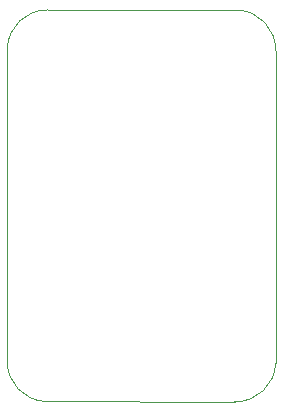
<source format=gbr>
%TF.GenerationSoftware,KiCad,Pcbnew,7.0.5*%
%TF.CreationDate,2023-07-03T18:18:52+02:00*%
%TF.ProjectId,connector,636f6e6e-6563-4746-9f72-2e6b69636164,rev?*%
%TF.SameCoordinates,Original*%
%TF.FileFunction,Profile,NP*%
%FSLAX46Y46*%
G04 Gerber Fmt 4.6, Leading zero omitted, Abs format (unit mm)*
G04 Created by KiCad (PCBNEW 7.0.5) date 2023-07-03 18:18:52*
%MOMM*%
%LPD*%
G01*
G04 APERTURE LIST*
%TA.AperFunction,Profile*%
%ADD10C,0.100000*%
%TD*%
G04 APERTURE END LIST*
D10*
X67558677Y-65249954D02*
X51547331Y-65239809D01*
X67760191Y-32100000D02*
X51748845Y-32089855D01*
X71010099Y-35551513D02*
G75*
G03*
X67760191Y-32100001I-3350699J100813D01*
G01*
X51748846Y-32089830D02*
G75*
G03*
X48297332Y-35339809I-100746J-3350770D01*
G01*
X67558679Y-65249890D02*
G75*
G03*
X71010190Y-62000000I100821J3350690D01*
G01*
X48297393Y-61788295D02*
G75*
G03*
X51547331Y-65239808I3350707J-100805D01*
G01*
X71010145Y-35551514D02*
X71010191Y-62000000D01*
X48297331Y-35339809D02*
X48297377Y-61788295D01*
M02*

</source>
